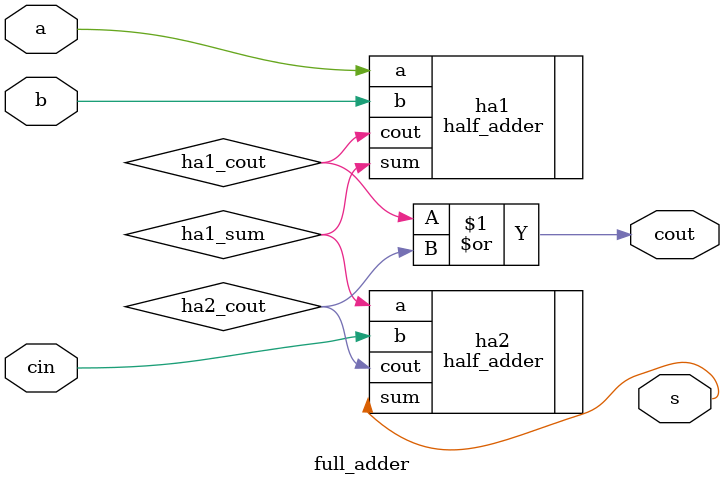
<source format=v>
`timescale 1ns / 1ps

module full_adder
(
    input wire a,
    input wire b,
    input wire cin,
    output wire s,
    output wire cout
);

wire ha1_sum;
wire ha1_cout;
wire ha2_cout;

half_adder ha1
(
    .a(a),
    .b(b),
    .sum(ha1_sum),
    .cout(ha1_cout)
);

half_adder ha2
(
    .a(ha1_sum),
    .b(cin),
    .sum(s),
    .cout(ha2_cout)
);

assign cout = ha1_cout | ha2_cout;

endmodule

</source>
